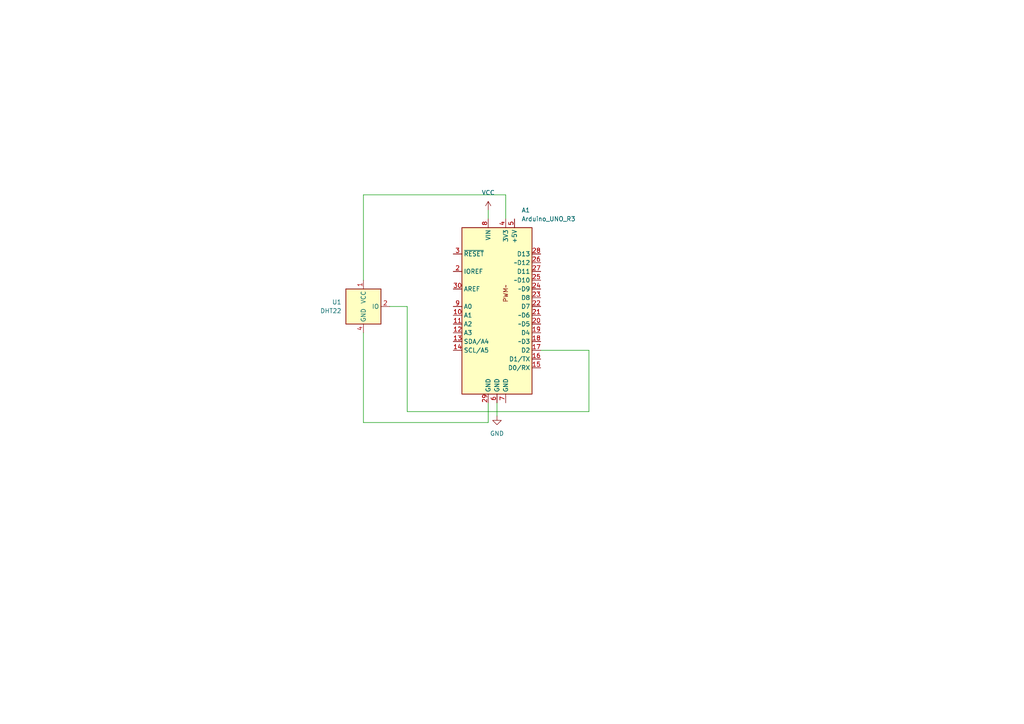
<source format=kicad_sch>
(kicad_sch (version 20211123) (generator eeschema)
  (paper "A4")
  (lib_symbols
    (symbol "Arduino:Arduino_UNO_R3"
      (property "Reference" "A" (at -10.16 23.495 0))
      (property "Value" "Arduino_UNO_R3" (at 5.08 -26.67 0))
      (symbol "Arduino_UNO_R3_0_0"
        (text "PWM~" (at 2.54 3.81 900) (effects (font (size 1.27 1.27))))
      )
      (symbol "Arduino_UNO_R3_0_1"
        (rectangle (start -10.16 22.86) (end 10.16 -25.4) (stroke (width 0.254)) (fill (type background)))
      )
      (symbol "Arduino_UNO_R3_1_1"
        (pin bidirectional line (at -12.7 -2.54 0) (length 2.54) (name "A1") (number "10"))
        (pin bidirectional line (at -12.7 -5.08 0) (length 2.54) (name "A2") (number "11"))
        (pin bidirectional line (at -12.7 -7.62 0) (length 2.54) (name "A3") (number "12"))
        (pin bidirectional line (at -12.7 -10.16 0) (length 2.54) (name "SDA/A4") (number "13"))
        (pin bidirectional line (at -12.7 -12.7 0) (length 2.54) (name "SCL/A5") (number "14"))
        (pin bidirectional line (at 12.7 -17.78 180) (length 2.54) (name "D0/RX") (number "15"))
        (pin bidirectional line (at 12.7 -15.24 180) (length 2.54) (name "D1/TX") (number "16"))
        (pin bidirectional line (at 12.7 -12.7 180) (length 2.54) (name "D2") (number "17"))
        (pin bidirectional line (at 12.7 -10.16 180) (length 2.54) (name "~D3") (number "18"))
        (pin bidirectional line (at 12.7 -7.62 180) (length 2.54) (name "D4") (number "19"))
        (pin output line (at -12.7 10.16 0) (length 2.54) (name "IOREF") (number "2"))
        (pin bidirectional line (at 12.7 -5.08 180) (length 2.54) (name "~D5") (number "20"))
        (pin bidirectional line (at 12.7 -2.54 180) (length 2.54) (name "~D6") (number "21"))
        (pin bidirectional line (at 12.7 0 180) (length 2.54) (name "D7") (number "22"))
        (pin bidirectional line (at 12.7 2.54 180) (length 2.54) (name "D8") (number "23"))
        (pin bidirectional line (at 12.7 5.08 180) (length 2.54) (name "~D9") (number "24"))
        (pin bidirectional line (at 12.7 7.62 180) (length 2.54) (name "~D10") (number "25"))
        (pin bidirectional line (at 12.7 12.7 180) (length 2.54) (name "~D12") (number "26"))
        (pin bidirectional line (at 12.7 10.16 180) (length 2.54) (name "D11") (number "27"))
        (pin bidirectional line (at 12.7 15.24 180) (length 2.54) (name "D13") (number "28"))
        (pin power_in line (at -2.54 -27.94 90) (length 2.54) (name "GND") (number "29"))
        (pin input line (at -12.7 15.24 0) (length 2.54) (name "~{RESET}") (number "3"))
        (pin input line (at -12.7 5.08 0) (length 2.54) (name "AREF") (number "30"))
        (pin power_out line (at 2.54 25.4 270) (length 2.54) (name "3V3") (number "4"))
        (pin power_out line (at 5.08 25.4 270) (length 2.54) (name "+5V") (number "5"))
        (pin power_in line (at 0 -27.94 90) (length 2.54) (name "GND") (number "6"))
        (pin power_in line (at 2.54 -27.94 90) (length 2.54) (name "GND") (number "7"))
        (pin power_in line (at -2.54 25.4 270) (length 2.54) (name "VIN") (number "8"))
        (pin bidirectional line (at -12.7 0 0) (length 2.54) (name "A0") (number "9"))
      )
    )
    (symbol "Sensor:DHT11"
      (property "Reference" "U" (at -3.81 6.35 0))
      (property "Value" "DHT11" (at 3.81 6.35 0))
      (symbol "DHT11_0_1"
        (rectangle (start -5.08 5.08) (end 5.08 -5.08) (stroke (width 0.254)) (fill (type background)))
      )
      (symbol "DHT11_1_1"
        (pin power_in line (at 0 7.62 270) (length 2.54) (name "VCC") (number "1"))
        (pin bidirectional line (at 7.62 0 180) (length 2.54) (name "IO") (number "2"))
        (pin no_connect line (at -5.08 0 0) (length 2.54) hide (name "NC") (number "3"))
        (pin power_in line (at 0 -7.62 90) (length 2.54) (name "GND") (number "4"))
      )
    )
    (symbol "power:GND" (power) (pin_names (offset 0))
      (property "Value" "GND" (at 0 -3.81 0))
      (symbol "GND_0_1"
        (polyline (pts (xy 0 0) (xy 0 -1.27) (xy 1.27 -1.27) (xy 0 -2.54) (xy -1.27 -1.27) (xy 0 -1.27)))
      )
      (symbol "GND_1_1"
        (pin power_in line (at 0 0 270) (length 0) hide (name "GND") (number "1"))
      )
    )
    (symbol "power:VCC" (power) (pin_names (offset 0))
      (property "Value" "VCC" (at 0 3.81 0))
      (symbol "VCC_0_1"
        (polyline (pts (xy -0.762 1.27) (xy 0 2.54)))
        (polyline (pts (xy 0 0) (xy 0 2.54)))
        (polyline (pts (xy 0 2.54) (xy 0.762 1.27)))
      )
      (symbol "VCC_1_1"
        (pin power_in line (at 0 0 90) (length 0) hide (name "VCC") (number "1"))
      )
    )
  )
  (wire (pts (xy 105.41 122.555) (xy 141.605 122.555)))
  (wire (pts (xy 141.605 122.555) (xy 141.605 116.84)))
  (wire (pts (xy 113.03 88.9) (xy 118.11 88.9)))
  (wire (pts (xy 141.605 60.96) (xy 141.605 63.5)))
  (wire (pts (xy 105.41 81.28) (xy 105.41 56.515)))
  (wire (pts (xy 105.41 56.515) (xy 146.685 56.515)))
  (wire (pts (xy 170.815 101.6) (xy 156.845 101.6)))
  (wire (pts (xy 118.11 119.38) (xy 170.815 119.38)))
  (wire (pts (xy 146.685 56.515) (xy 146.685 63.5)))
  (wire (pts (xy 118.11 88.9) (xy 118.11 119.38)))
  (wire (pts (xy 144.145 116.84) (xy 144.145 120.65)))
  (wire (pts (xy 170.815 119.38) (xy 170.815 101.6)))
  (wire (pts (xy 105.41 96.52) (xy 105.41 122.555)))
  (symbol (lib_id "Arduino:Arduino_UNO_R3") (at 144.145 88.9 0) (unit 1)
    (property "Reference" "A1" (at 151.2444 60.96 0) (effects (justify left)))
    (property "Value" "Arduino_UNO_R3" (at 151.2444 63.5 0) (effects (justify left)))
    (property "Footprint" "Module:Arduino_UNO_R3" (effects hide))
    (property "Datasheet" "https://www.arduino.cc/en/Main/arduinoBoardUno" (effects hide))
  )
  (symbol (lib_id "power:GND") (at 144.145 120.65 0) (unit 1)
    (property "Reference" "#PWR?" (effects hide))
    (property "Value" "GND" (at 144.145 125.73 0))
  )
  (symbol (lib_id "power:VCC") (at 141.605 60.96 0) (unit 1)
    (property "Reference" "#PWR?" (effects hide))
    (property "Value" "VCC" (at 141.605 55.88 0))
  )
  (symbol (lib_id "Sensor:DHT11") (at 105.41 88.9 0) (unit 1)
    (property "Reference" "U1" (at 99.06 87.6299 0) (effects (justify right)))
    (property "Value" "DHT22" (at 99.06 90.1699 0) (effects (justify right)))
    (property "Footprint" "Sensor:Aosong_DHT11_5.5x12.0_P2.54mm" (effects hide))
    (property "Datasheet" "http://akizukidenshi.com/download/ds/aosong/DHT11.pdf" (effects hide))
  )
)
</source>
